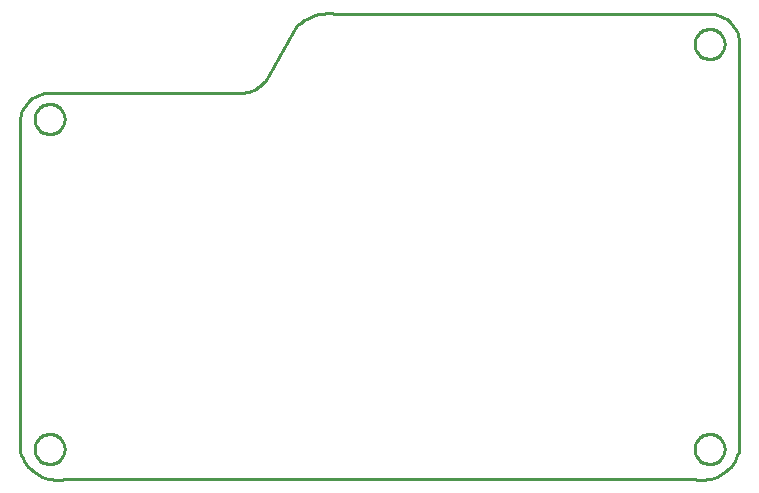
<source format=gbr>
G04 EAGLE Gerber RS-274X export*
G75*
%MOMM*%
%FSLAX34Y34*%
%LPD*%
%IN*%
%IPPOS*%
%AMOC8*
5,1,8,0,0,1.08239X$1,22.5*%
G01*
G04 Define Apertures*
%ADD10C,0.254000*%
D10*
X-38100Y-38100D02*
X-37426Y-40843D01*
X-36515Y-43517D01*
X-35375Y-46101D01*
X-34013Y-48576D01*
X-32442Y-50923D01*
X-30671Y-53124D01*
X-28716Y-55163D01*
X-26590Y-57023D01*
X-24311Y-58691D01*
X-21894Y-60154D01*
X-19359Y-61400D01*
X-16726Y-62421D01*
X-14013Y-63209D01*
X-11242Y-63757D01*
X-8434Y-64062D01*
X-5610Y-64120D01*
X-2791Y-63933D01*
X0Y-63500D01*
X533200Y-63500D01*
X535991Y-63933D01*
X538810Y-64120D01*
X541634Y-64062D01*
X544442Y-63757D01*
X547213Y-63209D01*
X549926Y-62421D01*
X552559Y-61400D01*
X555094Y-60154D01*
X557511Y-58691D01*
X559790Y-57023D01*
X561916Y-55163D01*
X563871Y-53124D01*
X565642Y-50923D01*
X567213Y-48576D01*
X568575Y-46101D01*
X569715Y-43517D01*
X570626Y-40843D01*
X571300Y-38100D01*
X571300Y304800D01*
X571203Y307014D01*
X570914Y309211D01*
X570435Y311374D01*
X569768Y313487D01*
X568920Y315535D01*
X567897Y317500D01*
X566706Y319369D01*
X565358Y321127D01*
X563861Y322761D01*
X562227Y324258D01*
X560469Y325606D01*
X558600Y326797D01*
X556635Y327820D01*
X554587Y328668D01*
X552474Y329335D01*
X550311Y329814D01*
X548114Y330103D01*
X545900Y330200D01*
X229765Y330200D01*
X228743Y330354D01*
X225348Y330672D01*
X221939Y330691D01*
X218541Y330414D01*
X215180Y329842D01*
X211882Y328979D01*
X208671Y327832D01*
X205573Y326409D01*
X202611Y324722D01*
X199807Y322783D01*
X197182Y320606D01*
X169427Y272994D01*
X169002Y272473D01*
X167505Y270840D01*
X165871Y269342D01*
X164113Y267994D01*
X162244Y266803D01*
X160279Y265780D01*
X158232Y264932D01*
X156118Y264265D01*
X153955Y263786D01*
X151758Y263497D01*
X149544Y263400D01*
X-12700Y263400D01*
X-14914Y263303D01*
X-17111Y263014D01*
X-19274Y262535D01*
X-21387Y261868D01*
X-23435Y261020D01*
X-25400Y259997D01*
X-27269Y258806D01*
X-29027Y257458D01*
X-30661Y255961D01*
X-32158Y254327D01*
X-33506Y252569D01*
X-34697Y250700D01*
X-35720Y248735D01*
X-36568Y246687D01*
X-37235Y244574D01*
X-37714Y242411D01*
X-38003Y240214D01*
X-38100Y238000D01*
X-38100Y-38100D01*
X0Y240801D02*
X0Y241799D01*
X-78Y242794D01*
X-234Y243780D01*
X-467Y244750D01*
X-776Y245699D01*
X-1158Y246621D01*
X-1611Y247510D01*
X-2132Y248361D01*
X-2719Y249169D01*
X-3367Y249927D01*
X-4073Y250633D01*
X-4831Y251281D01*
X-5639Y251868D01*
X-6490Y252389D01*
X-7379Y252842D01*
X-8301Y253224D01*
X-9250Y253533D01*
X-10220Y253766D01*
X-11206Y253922D01*
X-12201Y254000D01*
X-13199Y254000D01*
X-14194Y253922D01*
X-15180Y253766D01*
X-16150Y253533D01*
X-17099Y253224D01*
X-18021Y252842D01*
X-18910Y252389D01*
X-19761Y251868D01*
X-20569Y251281D01*
X-21327Y250633D01*
X-22033Y249927D01*
X-22681Y249169D01*
X-23268Y248361D01*
X-23789Y247510D01*
X-24242Y246621D01*
X-24624Y245699D01*
X-24933Y244750D01*
X-25166Y243780D01*
X-25322Y242794D01*
X-25400Y241799D01*
X-25400Y240801D01*
X-25322Y239806D01*
X-25166Y238820D01*
X-24933Y237850D01*
X-24624Y236901D01*
X-24242Y235979D01*
X-23789Y235090D01*
X-23268Y234239D01*
X-22681Y233431D01*
X-22033Y232673D01*
X-21327Y231967D01*
X-20569Y231319D01*
X-19761Y230732D01*
X-18910Y230211D01*
X-18021Y229758D01*
X-17099Y229376D01*
X-16150Y229067D01*
X-15180Y228834D01*
X-14194Y228678D01*
X-13199Y228600D01*
X-12201Y228600D01*
X-11206Y228678D01*
X-10220Y228834D01*
X-9250Y229067D01*
X-8301Y229376D01*
X-7379Y229758D01*
X-6490Y230211D01*
X-5639Y230732D01*
X-4831Y231319D01*
X-4073Y231967D01*
X-3367Y232673D01*
X-2719Y233431D01*
X-2132Y234239D01*
X-1611Y235090D01*
X-1158Y235979D01*
X-776Y236901D01*
X-467Y237850D01*
X-234Y238820D01*
X-78Y239806D01*
X0Y240801D01*
X558800Y304301D02*
X558800Y305299D01*
X558722Y306294D01*
X558566Y307280D01*
X558333Y308250D01*
X558024Y309199D01*
X557642Y310121D01*
X557189Y311010D01*
X556668Y311861D01*
X556081Y312669D01*
X555433Y313427D01*
X554727Y314133D01*
X553969Y314781D01*
X553161Y315368D01*
X552310Y315889D01*
X551421Y316342D01*
X550499Y316724D01*
X549550Y317033D01*
X548580Y317266D01*
X547594Y317422D01*
X546599Y317500D01*
X545601Y317500D01*
X544606Y317422D01*
X543620Y317266D01*
X542650Y317033D01*
X541701Y316724D01*
X540779Y316342D01*
X539890Y315889D01*
X539039Y315368D01*
X538231Y314781D01*
X537473Y314133D01*
X536767Y313427D01*
X536119Y312669D01*
X535532Y311861D01*
X535011Y311010D01*
X534558Y310121D01*
X534176Y309199D01*
X533867Y308250D01*
X533634Y307280D01*
X533478Y306294D01*
X533400Y305299D01*
X533400Y304301D01*
X533478Y303306D01*
X533634Y302320D01*
X533867Y301350D01*
X534176Y300401D01*
X534558Y299479D01*
X535011Y298590D01*
X535532Y297739D01*
X536119Y296931D01*
X536767Y296173D01*
X537473Y295467D01*
X538231Y294819D01*
X539039Y294232D01*
X539890Y293711D01*
X540779Y293258D01*
X541701Y292876D01*
X542650Y292567D01*
X543620Y292334D01*
X544606Y292178D01*
X545601Y292100D01*
X546599Y292100D01*
X547594Y292178D01*
X548580Y292334D01*
X549550Y292567D01*
X550499Y292876D01*
X551421Y293258D01*
X552310Y293711D01*
X553161Y294232D01*
X553969Y294819D01*
X554727Y295467D01*
X555433Y296173D01*
X556081Y296931D01*
X556668Y297739D01*
X557189Y298590D01*
X557642Y299479D01*
X558024Y300401D01*
X558333Y301350D01*
X558566Y302320D01*
X558722Y303306D01*
X558800Y304301D01*
X558800Y-38599D02*
X558800Y-37601D01*
X558722Y-36606D01*
X558566Y-35620D01*
X558333Y-34650D01*
X558024Y-33701D01*
X557642Y-32779D01*
X557189Y-31890D01*
X556668Y-31039D01*
X556081Y-30231D01*
X555433Y-29473D01*
X554727Y-28767D01*
X553969Y-28119D01*
X553161Y-27532D01*
X552310Y-27011D01*
X551421Y-26558D01*
X550499Y-26176D01*
X549550Y-25867D01*
X548580Y-25634D01*
X547594Y-25478D01*
X546599Y-25400D01*
X545601Y-25400D01*
X544606Y-25478D01*
X543620Y-25634D01*
X542650Y-25867D01*
X541701Y-26176D01*
X540779Y-26558D01*
X539890Y-27011D01*
X539039Y-27532D01*
X538231Y-28119D01*
X537473Y-28767D01*
X536767Y-29473D01*
X536119Y-30231D01*
X535532Y-31039D01*
X535011Y-31890D01*
X534558Y-32779D01*
X534176Y-33701D01*
X533867Y-34650D01*
X533634Y-35620D01*
X533478Y-36606D01*
X533400Y-37601D01*
X533400Y-38599D01*
X533478Y-39594D01*
X533634Y-40580D01*
X533867Y-41550D01*
X534176Y-42499D01*
X534558Y-43421D01*
X535011Y-44310D01*
X535532Y-45161D01*
X536119Y-45969D01*
X536767Y-46727D01*
X537473Y-47433D01*
X538231Y-48081D01*
X539039Y-48668D01*
X539890Y-49189D01*
X540779Y-49642D01*
X541701Y-50024D01*
X542650Y-50333D01*
X543620Y-50566D01*
X544606Y-50722D01*
X545601Y-50800D01*
X546599Y-50800D01*
X547594Y-50722D01*
X548580Y-50566D01*
X549550Y-50333D01*
X550499Y-50024D01*
X551421Y-49642D01*
X552310Y-49189D01*
X553161Y-48668D01*
X553969Y-48081D01*
X554727Y-47433D01*
X555433Y-46727D01*
X556081Y-45969D01*
X556668Y-45161D01*
X557189Y-44310D01*
X557642Y-43421D01*
X558024Y-42499D01*
X558333Y-41550D01*
X558566Y-40580D01*
X558722Y-39594D01*
X558800Y-38599D01*
X0Y-38599D02*
X0Y-37601D01*
X-78Y-36606D01*
X-234Y-35620D01*
X-467Y-34650D01*
X-776Y-33701D01*
X-1158Y-32779D01*
X-1611Y-31890D01*
X-2132Y-31039D01*
X-2719Y-30231D01*
X-3367Y-29473D01*
X-4073Y-28767D01*
X-4831Y-28119D01*
X-5639Y-27532D01*
X-6490Y-27011D01*
X-7379Y-26558D01*
X-8301Y-26176D01*
X-9250Y-25867D01*
X-10220Y-25634D01*
X-11206Y-25478D01*
X-12201Y-25400D01*
X-13199Y-25400D01*
X-14194Y-25478D01*
X-15180Y-25634D01*
X-16150Y-25867D01*
X-17099Y-26176D01*
X-18021Y-26558D01*
X-18910Y-27011D01*
X-19761Y-27532D01*
X-20569Y-28119D01*
X-21327Y-28767D01*
X-22033Y-29473D01*
X-22681Y-30231D01*
X-23268Y-31039D01*
X-23789Y-31890D01*
X-24242Y-32779D01*
X-24624Y-33701D01*
X-24933Y-34650D01*
X-25166Y-35620D01*
X-25322Y-36606D01*
X-25400Y-37601D01*
X-25400Y-38599D01*
X-25322Y-39594D01*
X-25166Y-40580D01*
X-24933Y-41550D01*
X-24624Y-42499D01*
X-24242Y-43421D01*
X-23789Y-44310D01*
X-23268Y-45161D01*
X-22681Y-45969D01*
X-22033Y-46727D01*
X-21327Y-47433D01*
X-20569Y-48081D01*
X-19761Y-48668D01*
X-18910Y-49189D01*
X-18021Y-49642D01*
X-17099Y-50024D01*
X-16150Y-50333D01*
X-15180Y-50566D01*
X-14194Y-50722D01*
X-13199Y-50800D01*
X-12201Y-50800D01*
X-11206Y-50722D01*
X-10220Y-50566D01*
X-9250Y-50333D01*
X-8301Y-50024D01*
X-7379Y-49642D01*
X-6490Y-49189D01*
X-5639Y-48668D01*
X-4831Y-48081D01*
X-4073Y-47433D01*
X-3367Y-46727D01*
X-2719Y-45969D01*
X-2132Y-45161D01*
X-1611Y-44310D01*
X-1158Y-43421D01*
X-776Y-42499D01*
X-467Y-41550D01*
X-234Y-40580D01*
X-78Y-39594D01*
X0Y-38599D01*
M02*

</source>
